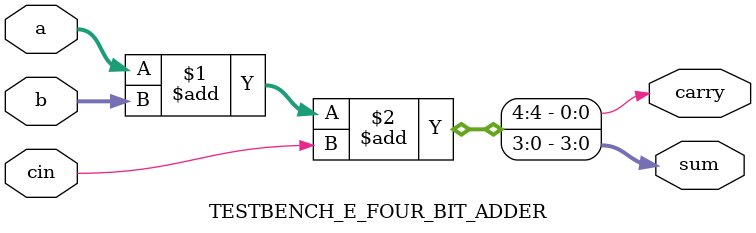
<source format=v>
`timescale 1ns / 1ps


module TESTBENCH_E_FOUR_BIT_ADDER(
input [3:0]a,b,
input cin,
output [3:0]sum,
output carry
    );

assign {carry,sum}=a+b+cin;




endmodule

</source>
